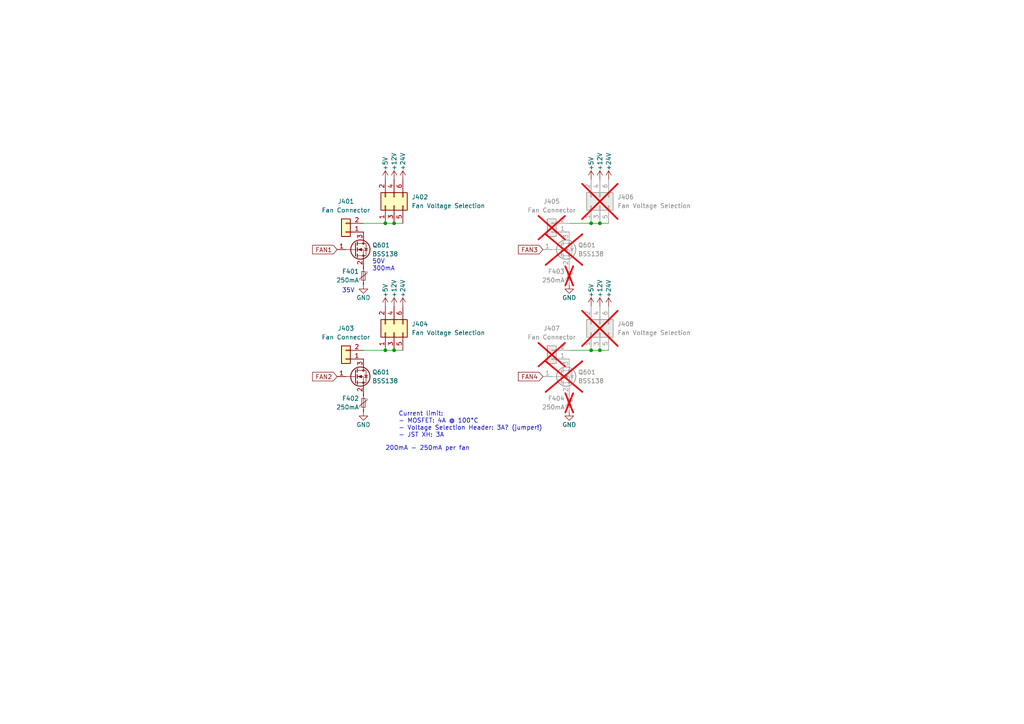
<source format=kicad_sch>
(kicad_sch (version 20230121) (generator eeschema)
  (paper "A4")
  (title_block (title "CAN 3D Printer (4 Motor) - Fans") (rev "1") (company "Abit Gray"))
  (lib_symbols
    (symbol "Connector_Generic:Conn_01x02" (pin_names (offset 1.016) hide)
      (property "Reference" "J" (at 0 2.54 0))
      (property "Value" "Conn_01x02" (at 0 -5.08 0))
      (symbol "Conn_01x02_1_1"
        (rectangle (start -1.27 -2.413) (end 0 -2.667) (stroke (width 0.1524)))
        (rectangle (start -1.27 0.127) (end 0 -0.127) (stroke (width 0.1524)))
        (rectangle (start -1.27 1.27) (end 1.27 -3.81) (stroke (width 0.254)) (fill (type background)))
        (pin passive line (at -5.08 0 0) (length 3.81) (name "Pin_1") (number "1"))
        (pin passive line (at -5.08 -2.54 0) (length 3.81) (name "Pin_2") (number "2"))
      )
    )
    (symbol "Connector_Generic:Conn_02x03_Odd_Even" (pin_names (offset 1.016) hide)
      (property "Reference" "J" (at 1.27 5.08 0))
      (property "Value" "Conn_02x03_Odd_Even" (at 1.27 -5.08 0))
      (symbol "Conn_02x03_Odd_Even_1_1"
        (rectangle (start -1.27 -2.413) (end 0 -2.667) (stroke (width 0.1524)))
        (rectangle (start -1.27 0.127) (end 0 -0.127) (stroke (width 0.1524)))
        (rectangle (start -1.27 2.667) (end 0 2.413) (stroke (width 0.1524)))
        (rectangle (start -1.27 3.81) (end 3.81 -3.81) (stroke (width 0.254)) (fill (type background)))
        (rectangle (start 3.81 -2.413) (end 2.54 -2.667) (stroke (width 0.1524)))
        (rectangle (start 3.81 0.127) (end 2.54 -0.127) (stroke (width 0.1524)))
        (rectangle (start 3.81 2.667) (end 2.54 2.413) (stroke (width 0.1524)))
        (pin passive line (at -5.08 2.54 0) (length 3.81) (name "Pin_1") (number "1"))
        (pin passive line (at 7.62 2.54 180) (length 3.81) (name "Pin_2") (number "2"))
        (pin passive line (at -5.08 0 0) (length 3.81) (name "Pin_3") (number "3"))
        (pin passive line (at 7.62 0 180) (length 3.81) (name "Pin_4") (number "4"))
        (pin passive line (at -5.08 -2.54 0) (length 3.81) (name "Pin_5") (number "5"))
        (pin passive line (at 7.62 -2.54 180) (length 3.81) (name "Pin_6") (number "6"))
      )
    )
    (symbol "Device:Polyfuse_Small" (pin_numbers hide) (pin_names (offset 0))
      (property "Reference" "F" (at -1.905 0 90))
      (property "Value" "Polyfuse_Small" (at 1.905 0 90))
      (symbol "Polyfuse_Small_0_1"
        (rectangle (start -0.508 1.27) (end 0.508 -1.27))
        (polyline (pts (xy 0 2.54) (xy 0 -2.54)))
        (polyline (pts (xy -1.016 1.27) (xy -1.016 0.762) (xy 1.016 -0.762) (xy 1.016 -1.27)))
      )
      (symbol "Polyfuse_Small_1_1"
        (pin passive line (at 0 2.54 270) (length 0.635) (name "~") (number "1"))
        (pin passive line (at 0 -2.54 90) (length 0.635) (name "~") (number "2"))
      )
    )
    (symbol "Transistor_FET:BSS138" (pin_names hide)
      (property "Reference" "Q" (at 5.08 1.905 0))
      (property "Value" "BSS138" (at 5.08 0 0))
      (symbol "BSS138_0_1"
        (polyline (pts (xy 0.254 0) (xy -2.54 0)))
        (polyline (pts (xy 0.254 1.905) (xy 0.254 -1.905)) (stroke (width 0.254)))
        (polyline (pts (xy 0.762 -1.27) (xy 0.762 -2.286)) (stroke (width 0.254)))
        (polyline (pts (xy 0.762 0.508) (xy 0.762 -0.508)) (stroke (width 0.254)))
        (polyline (pts (xy 0.762 2.286) (xy 0.762 1.27)) (stroke (width 0.254)))
        (polyline (pts (xy 2.54 2.54) (xy 2.54 1.778)))
        (polyline (pts (xy 2.54 -2.54) (xy 2.54 0) (xy 0.762 0)))
        (polyline (pts (xy 0.762 -1.778) (xy 3.302 -1.778) (xy 3.302 1.778) (xy 0.762 1.778)))
        (polyline (pts (xy 1.016 0) (xy 2.032 0.381) (xy 2.032 -0.381) (xy 1.016 0)) (fill (type outline)))
        (polyline (pts (xy 2.794 0.508) (xy 2.921 0.381) (xy 3.683 0.381) (xy 3.81 0.254)))
        (polyline (pts (xy 3.302 0.381) (xy 2.921 -0.254) (xy 3.683 -0.254) (xy 3.302 0.381)))
        (circle (center 1.651 0) (radius 2.794) (stroke (width 0.254)))
        (circle (center 2.54 -1.778) (radius 0.254) (fill (type outline)))
        (circle (center 2.54 1.778) (radius 0.254) (fill (type outline)))
      )
      (symbol "BSS138_1_1"
        (pin input line (at -5.08 0 0) (length 2.54) (name "G") (number "1"))
        (pin passive line (at 2.54 -5.08 90) (length 2.54) (name "S") (number "2"))
        (pin passive line (at 2.54 5.08 270) (length 2.54) (name "D") (number "3"))
      )
    )
    (symbol "power:+12V" (power) (pin_names (offset 0))
      (property "Value" "+12V" (at 0 3.556 0))
      (symbol "+12V_0_1"
        (polyline (pts (xy -0.762 1.27) (xy 0 2.54)))
        (polyline (pts (xy 0 0) (xy 0 2.54)))
        (polyline (pts (xy 0 2.54) (xy 0.762 1.27)))
      )
      (symbol "+12V_1_1"
        (pin power_in line (at 0 0 90) (length 0) hide (name "+12V") (number "1"))
      )
    )
    (symbol "power:+24V" (power) (pin_names (offset 0))
      (property "Value" "+24V" (at 0 3.556 0))
      (symbol "+24V_0_1"
        (polyline (pts (xy -0.762 1.27) (xy 0 2.54)))
        (polyline (pts (xy 0 0) (xy 0 2.54)))
        (polyline (pts (xy 0 2.54) (xy 0.762 1.27)))
      )
      (symbol "+24V_1_1"
        (pin power_in line (at 0 0 90) (length 0) hide (name "+24V") (number "1"))
      )
    )
    (symbol "power:+5V" (power) (pin_names (offset 0))
      (property "Value" "+5V" (at 0 3.556 0))
      (symbol "+5V_0_1"
        (polyline (pts (xy -0.762 1.27) (xy 0 2.54)))
        (polyline (pts (xy 0 0) (xy 0 2.54)))
        (polyline (pts (xy 0 2.54) (xy 0.762 1.27)))
      )
      (symbol "+5V_1_1"
        (pin power_in line (at 0 0 90) (length 0) hide (name "+5V") (number "1"))
      )
    )
    (symbol "power:GND" (power) (pin_names (offset 0))
      (property "Value" "GND" (at 0 -3.81 0))
      (symbol "GND_0_1"
        (polyline (pts (xy 0 0) (xy 0 -1.27) (xy 1.27 -1.27) (xy 0 -2.54) (xy -1.27 -1.27) (xy 0 -1.27)))
      )
      (symbol "GND_1_1"
        (pin power_in line (at 0 0 270) (length 0) hide (name "GND") (number "1"))
      )
    )
  )
  (junction (at 171.45 64.77))
  (junction (at 173.99 64.77))
  (junction (at 114.3 101.6))
  (junction (at 171.45 101.6))
  (junction (at 111.76 101.6))
  (junction (at 114.3 64.77))
  (junction (at 173.99 101.6))
  (junction (at 111.76 64.77))
  (wire (pts (xy 114.3 64.77) (xy 116.84 64.77)))
  (wire (pts (xy 111.76 64.77) (xy 114.3 64.77)))
  (wire (pts (xy 111.76 101.6) (xy 114.3 101.6)))
  (wire (pts (xy 171.45 101.6) (xy 173.99 101.6)))
  (wire (pts (xy 105.41 64.77) (xy 111.76 64.77)))
  (wire (pts (xy 165.1 101.6) (xy 171.45 101.6)))
  (wire (pts (xy 105.41 101.6) (xy 111.76 101.6)))
  (wire (pts (xy 171.45 64.77) (xy 173.99 64.77)))
  (wire (pts (xy 114.3 101.6) (xy 116.84 101.6)))
  (wire (pts (xy 165.1 64.77) (xy 171.45 64.77)))
  (wire (pts (xy 173.99 64.77) (xy 176.53 64.77)))
  (wire (pts (xy 173.99 101.6) (xy 176.53 101.6)))
  (text "200mA - 250mA per fan" (at 111.76 130.81 0) (effects (font (size 1.27 1.27)) (justify left bottom)))
  (text "50V\n300mA" (at 107.95 78.74 0) (effects (font (size 1.27 1.27)) (justify left bottom)))
  (text "Current limit:\n- MOSFET: 4A @ 100°C\n- Voltage Selection Header: 3A? (jumper!)\n- JST XH: 3A" (at 115.57 127 0) (effects (font (size 1.27 1.27)) (justify left bottom)))
  (text "35V" (at 102.87 85.09 0) (effects (font (size 1.27 1.27)) (justify right bottom)))
  (global_label "FAN3" (shape input) (at 157.48 72.39 180) (property "Intersheetrefs" "${INTERSHEET_REFS}" (effects hide)))
  (global_label "FAN2" (shape input) (at 97.79 109.22 180) (property "Intersheetrefs" "${INTERSHEET_REFS}" (effects hide)))
  (global_label "FAN1" (shape input) (at 97.79 72.39 180) (property "Intersheetrefs" "${INTERSHEET_REFS}" (effects hide)))
  (global_label "FAN4" (shape input) (at 157.48 109.22 180) (property "Intersheetrefs" "${INTERSHEET_REFS}" (effects hide)))
  (symbol (lib_id "Connector_Generic:Conn_02x03_Odd_Even") (at 114.3 59.69 90) (unit 1)
    (property "Reference" "J402" (at 119.38 57.15 90) (effects (justify right)))
    (property "Value" "Fan Voltage Selection" (at 119.38 59.69 90) (effects (justify right)))
    (property "Footprint" "Connector_PinHeader_2.54mm:PinHeader_2x03_P2.54mm_Vertical" (effects hide))
    (property "LCSC" "-" (effects hide))
    (property "Mouser" "-" (effects hide))
    (instances (project "Can3DPrinter4Motor" (path "" (reference "J402") (unit 1)) (path "" (reference "J?") (unit 1))))
  )
  (symbol (lib_id "Transistor_FET:BSS138") (at 162.56 72.39 0) (unit 1) (dnp yes)
    (property "Reference" "Q601" (at 167.64 71.12 0) (effects (justify left)))
    (property "Value" "BSS138" (at 167.64 73.66 0) (effects (justify left)))
    (property "Footprint" "Package_TO_SOT_SMD:SOT-23" (effects hide))
    (property "Datasheet" "https://www.onsemi.com/pub/Collateral/BSS138-D.PDF" (effects hide))
    (property "LCSC" "C400505" (effects hide))
    (instances (project "Can3DPrinter4Motor" (path "" (reference "Q601") (unit 1)) (path "" (reference "Q403") (unit 1))))
  )
  (symbol (lib_id "Connector_Generic:Conn_01x02") (at 160.02 67.31 180) (unit 1) (dnp yes)
    (property "Reference" "J405" (at 160.02 58.42 0))
    (property "Value" "Fan Connector" (at 160.02 60.96 0))
    (property "Footprint" "Connector_JST:JST_XH_B2B-XH-A_1x02_P2.50mm_Vertical" (effects hide))
    (property "LCSC" "C265283" (effects hide))
    (instances (project "Can3DPrinter4Motor" (path "" (reference "J405") (unit 1)) (path "" (reference "J?") (unit 1))))
  )
  (symbol (lib_id "power:+5V") (at 111.76 52.07 0) (unit 1)
    (property "Reference" "#PWR0502" (effects hide))
    (property "Value" "+5V" (at 111.76 49.53 90) (effects (justify left)))
    (instances (project "Can3DPrinter4Motor" (path "" (reference "#PWR0502") (unit 1)) (path "" (reference "#PWR0603") (unit 1))))
  )
  (symbol (lib_id "Connector_Generic:Conn_01x02") (at 100.33 104.14 180) (unit 1)
    (property "Reference" "J403" (at 100.33 95.25 0))
    (property "Value" "Fan Connector" (at 100.33 97.79 0))
    (property "Footprint" "Connector_JST:JST_XH_B2B-XH-A_1x02_P2.50mm_Vertical" (effects hide))
    (property "LCSC" "C265283" (effects hide))
    (instances (project "Can3DPrinter4Motor" (path "" (reference "J403") (unit 1)) (path "" (reference "J?") (unit 1))))
  )
  (symbol (lib_id "power:+12V") (at 173.99 88.9 0) (unit 1)
    (property "Reference" "#PWR0514" (effects hide))
    (property "Value" "+12V" (at 173.99 86.36 90) (effects (justify left)))
    (instances (project "Can3DPrinter4Motor" (path "" (reference "#PWR0514") (unit 1)) (path "" (reference "#PWR0614") (unit 1))))
  )
  (symbol (lib_id "Connector_Generic:Conn_02x03_Odd_Even") (at 114.3 96.52 90) (unit 1)
    (property "Reference" "J404" (at 119.38 93.98 90) (effects (justify right)))
    (property "Value" "Fan Voltage Selection" (at 119.38 96.52 90) (effects (justify right)))
    (property "Footprint" "Connector_PinHeader_2.54mm:PinHeader_2x03_P2.54mm_Vertical" (effects hide))
    (property "LCSC" "-" (effects hide))
    (property "Mouser" "-" (effects hide))
    (instances (project "Can3DPrinter4Motor" (path "" (reference "J404") (unit 1)) (path "" (reference "J?") (unit 1))))
  )
  (symbol (lib_id "Device:Polyfuse_Small") (at 105.41 116.84 0) (mirror y) (unit 1)
    (property "Reference" "F402" (at 104.14 115.57 0) (effects (justify left)))
    (property "Value" "250mA" (at 104.14 118.11 0) (effects (justify left)))
    (property "Footprint" "Resistor_SMD:R_0603_1608Metric" (effects hide))
    (property "Datasheet" "https://datasheet.lcsc.com/lcsc/2304140030_Littelfuse-0467-250NRHF_C151137.pdf" (effects hide))
    (property "LCSC" "C151137" (effects hide))
  )
  (symbol (lib_id "Device:Polyfuse_Small") (at 165.1 80.01 0) (mirror y) (unit 1) (dnp yes)
    (property "Reference" "F403" (at 163.83 78.74 0) (effects (justify left)))
    (property "Value" "250mA" (at 163.83 81.28 0) (effects (justify left)))
    (property "Footprint" "Resistor_SMD:R_0603_1608Metric" (effects hide))
    (property "Datasheet" "https://datasheet.lcsc.com/lcsc/2304140030_Littelfuse-0467-250NRHF_C151137.pdf" (effects hide))
    (property "LCSC" "C151137" (effects hide))
  )
  (symbol (lib_id "power:+24V") (at 176.53 52.07 0) (unit 1)
    (property "Reference" "#PWR0515" (effects hide))
    (property "Value" "+24V" (at 176.53 49.53 90) (effects (justify left)))
    (instances (project "Can3DPrinter4Motor" (path "" (reference "#PWR0515") (unit 1)) (path "" (reference "#PWR0615") (unit 1))))
  )
  (symbol (lib_id "Connector_Generic:Conn_02x03_Odd_Even") (at 173.99 96.52 90) (unit 1) (dnp yes)
    (property "Reference" "J408" (at 179.07 93.98 90) (effects (justify right)))
    (property "Value" "Fan Voltage Selection" (at 179.07 96.52 90) (effects (justify right)))
    (property "Footprint" "Connector_PinHeader_2.54mm:PinHeader_2x03_P2.54mm_Vertical" (effects hide))
    (property "LCSC" "-" (effects hide))
    (property "Mouser" "-" (effects hide))
    (instances (project "Can3DPrinter4Motor" (path "" (reference "J408") (unit 1)) (path "" (reference "J?") (unit 1))))
  )
  (symbol (lib_id "Connector_Generic:Conn_02x03_Odd_Even") (at 173.99 59.69 90) (unit 1) (dnp yes)
    (property "Reference" "J406" (at 179.07 57.15 90) (effects (justify right)))
    (property "Value" "Fan Voltage Selection" (at 179.07 59.69 90) (effects (justify right)))
    (property "Footprint" "Connector_PinHeader_2.54mm:PinHeader_2x03_P2.54mm_Vertical" (effects hide))
    (property "LCSC" "-" (effects hide))
    (property "Mouser" "-" (effects hide))
    (instances (project "Can3DPrinter4Motor" (path "" (reference "J406") (unit 1)) (path "" (reference "J?") (unit 1))))
  )
  (symbol (lib_id "power:+5V") (at 111.76 88.9 0) (unit 1)
    (property "Reference" "#PWR0506" (effects hide))
    (property "Value" "+5V" (at 111.76 86.36 90) (effects (justify left)))
    (instances (project "Can3DPrinter4Motor" (path "" (reference "#PWR0506") (unit 1)) (path "" (reference "#PWR0604") (unit 1))))
  )
  (symbol (lib_id "Transistor_FET:BSS138") (at 162.56 109.22 0) (unit 1) (dnp yes)
    (property "Reference" "Q601" (at 167.64 107.95 0) (effects (justify left)))
    (property "Value" "BSS138" (at 167.64 110.49 0) (effects (justify left)))
    (property "Footprint" "Package_TO_SOT_SMD:SOT-23" (effects hide))
    (property "Datasheet" "https://www.onsemi.com/pub/Collateral/BSS138-D.PDF" (effects hide))
    (property "LCSC" "C400505" (effects hide))
    (instances (project "Can3DPrinter4Motor" (path "" (reference "Q601") (unit 1)) (path "" (reference "Q404") (unit 1))))
  )
  (symbol (lib_id "Transistor_FET:BSS138") (at 102.87 72.39 0) (unit 1)
    (property "Reference" "Q601" (at 107.95 71.12 0) (effects (justify left)))
    (property "Value" "BSS138" (at 107.95 73.66 0) (effects (justify left)))
    (property "Footprint" "Package_TO_SOT_SMD:SOT-23" (effects hide))
    (property "Datasheet" "https://www.onsemi.com/pub/Collateral/BSS138-D.PDF" (effects hide))
    (property "LCSC" "C400505" (effects hide))
    (instances (project "Can3DPrinter4Motor" (path "" (reference "Q601") (unit 1)) (path "" (reference "Q401") (unit 1))))
  )
  (symbol (lib_id "power:GND") (at 105.41 119.38 0) (unit 1)
    (property "Reference" "#PWR0401" (effects hide))
    (property "Value" "GND" (at 105.41 123.19 0))
    (instances (project "Can3DPrinter4Motor" (path "" (reference "#PWR0401") (unit 1)) (path "" (reference "#PWR0601") (unit 1))))
  )
  (symbol (lib_id "power:+12V") (at 114.3 52.07 0) (unit 1)
    (property "Reference" "#PWR0503" (effects hide))
    (property "Value" "+12V" (at 114.3 49.53 90) (effects (justify left)))
    (instances (project "Can3DPrinter4Motor" (path "" (reference "#PWR0503") (unit 1)) (path "" (reference "#PWR0605") (unit 1))))
  )
  (symbol (lib_id "Device:Polyfuse_Small") (at 165.1 116.84 0) (mirror y) (unit 1) (dnp yes)
    (property "Reference" "F404" (at 163.83 115.57 0) (effects (justify left)))
    (property "Value" "250mA" (at 163.83 118.11 0) (effects (justify left)))
    (property "Footprint" "Resistor_SMD:R_0603_1608Metric" (effects hide))
    (property "Datasheet" "https://datasheet.lcsc.com/lcsc/2304140030_Littelfuse-0467-250NRHF_C151137.pdf" (effects hide))
    (property "LCSC" "C151137" (effects hide))
  )
  (symbol (lib_id "power:+12V") (at 114.3 88.9 0) (unit 1)
    (property "Reference" "#PWR0507" (effects hide))
    (property "Value" "+12V" (at 114.3 86.36 90) (effects (justify left)))
    (instances (project "Can3DPrinter4Motor" (path "" (reference "#PWR0507") (unit 1)) (path "" (reference "#PWR0606") (unit 1))))
  )
  (symbol (lib_id "power:+24V") (at 116.84 88.9 0) (unit 1)
    (property "Reference" "#PWR0508" (effects hide))
    (property "Value" "+24V" (at 116.84 86.36 90) (effects (justify left)))
    (instances (project "Can3DPrinter4Motor" (path "" (reference "#PWR0508") (unit 1)) (path "" (reference "#PWR0608") (unit 1))))
  )
  (symbol (lib_id "power:+24V") (at 176.53 88.9 0) (unit 1)
    (property "Reference" "#PWR0516" (effects hide))
    (property "Value" "+24V" (at 176.53 86.36 90) (effects (justify left)))
    (instances (project "Can3DPrinter4Motor" (path "" (reference "#PWR0516") (unit 1)) (path "" (reference "#PWR0616") (unit 1))))
  )
  (symbol (lib_id "power:+5V") (at 171.45 88.9 0) (unit 1)
    (property "Reference" "#PWR0512" (effects hide))
    (property "Value" "+5V" (at 171.45 86.36 90) (effects (justify left)))
    (instances (project "Can3DPrinter4Motor" (path "" (reference "#PWR0512") (unit 1)) (path "" (reference "#PWR0612") (unit 1))))
  )
  (symbol (lib_id "power:+12V") (at 173.99 52.07 0) (unit 1)
    (property "Reference" "#PWR0513" (effects hide))
    (property "Value" "+12V" (at 173.99 49.53 90) (effects (justify left)))
    (instances (project "Can3DPrinter4Motor" (path "" (reference "#PWR0513") (unit 1)) (path "" (reference "#PWR0613") (unit 1))))
  )
  (symbol (lib_id "Connector_Generic:Conn_01x02") (at 100.33 67.31 180) (unit 1)
    (property "Reference" "J401" (at 100.33 58.42 0))
    (property "Value" "Fan Connector" (at 100.33 60.96 0))
    (property "Footprint" "Connector_JST:JST_XH_B2B-XH-A_1x02_P2.50mm_Vertical" (effects hide))
    (property "LCSC" "C265283" (effects hide))
    (instances (project "Can3DPrinter4Motor" (path "" (reference "J401") (unit 1)) (path "" (reference "J?") (unit 1))))
  )
  (symbol (lib_id "power:+24V") (at 116.84 52.07 0) (unit 1)
    (property "Reference" "#PWR0504" (effects hide))
    (property "Value" "+24V" (at 116.84 49.53 90) (effects (justify left)))
    (instances (project "Can3DPrinter4Motor" (path "" (reference "#PWR0504") (unit 1)) (path "" (reference "#PWR0607") (unit 1))))
  )
  (symbol (lib_id "power:GND") (at 105.41 82.55 0) (unit 1)
    (property "Reference" "#PWR0501" (effects hide))
    (property "Value" "GND" (at 105.41 86.36 0))
    (instances (project "Can3DPrinter4Motor" (path "" (reference "#PWR0501") (unit 1)) (path "" (reference "#PWR0601") (unit 1))))
  )
  (symbol (lib_id "Device:Polyfuse_Small") (at 105.41 80.01 0) (mirror y) (unit 1)
    (property "Reference" "F401" (at 104.14 78.74 0) (effects (justify left)))
    (property "Value" "250mA" (at 104.14 81.28 0) (effects (justify left)))
    (property "Footprint" "Resistor_SMD:R_0603_1608Metric" (effects hide))
    (property "Datasheet" "https://datasheet.lcsc.com/lcsc/2304140030_Littelfuse-0467-250NRHF_C151137.pdf" (effects hide))
    (property "LCSC" "C151137" (effects hide))
  )
  (symbol (lib_id "Connector_Generic:Conn_01x02") (at 160.02 104.14 180) (unit 1) (dnp yes)
    (property "Reference" "J407" (at 160.02 95.25 0))
    (property "Value" "Fan Connector" (at 160.02 97.79 0))
    (property "Footprint" "Connector_JST:JST_XH_B2B-XH-A_1x02_P2.50mm_Vertical" (effects hide))
    (property "LCSC" "C265283" (effects hide))
    (instances (project "Can3DPrinter4Motor" (path "" (reference "J407") (unit 1)) (path "" (reference "J?") (unit 1))))
  )
  (symbol (lib_id "Transistor_FET:BSS138") (at 102.87 109.22 0) (unit 1)
    (property "Reference" "Q601" (at 107.95 107.95 0) (effects (justify left)))
    (property "Value" "BSS138" (at 107.95 110.49 0) (effects (justify left)))
    (property "Footprint" "Package_TO_SOT_SMD:SOT-23" (effects hide))
    (property "Datasheet" "https://www.onsemi.com/pub/Collateral/BSS138-D.PDF" (effects hide))
    (property "LCSC" "C400505" (effects hide))
    (instances (project "Can3DPrinter4Motor" (path "" (reference "Q601") (unit 1)) (path "" (reference "Q402") (unit 1))))
  )
  (symbol (lib_id "power:+5V") (at 171.45 52.07 0) (unit 1)
    (property "Reference" "#PWR0511" (effects hide))
    (property "Value" "+5V" (at 171.45 49.53 90) (effects (justify left)))
    (instances (project "Can3DPrinter4Motor" (path "" (reference "#PWR0511") (unit 1)) (path "" (reference "#PWR0611") (unit 1))))
  )
  (symbol (lib_id "power:GND") (at 165.1 82.55 0) (unit 1)
    (property "Reference" "#PWR0403" (effects hide))
    (property "Value" "GND" (at 165.1 86.36 0))
    (instances (project "Can3DPrinter4Motor" (path "" (reference "#PWR0403") (unit 1)) (path "" (reference "#PWR0601") (unit 1))))
  )
  (symbol (lib_id "power:GND") (at 165.1 119.38 0) (unit 1)
    (property "Reference" "#PWR0402" (effects hide))
    (property "Value" "GND" (at 165.1 123.19 0))
    (instances (project "Can3DPrinter4Motor" (path "" (reference "#PWR0402") (unit 1)) (path "" (reference "#PWR0601") (unit 1))))
  )
)
</source>
